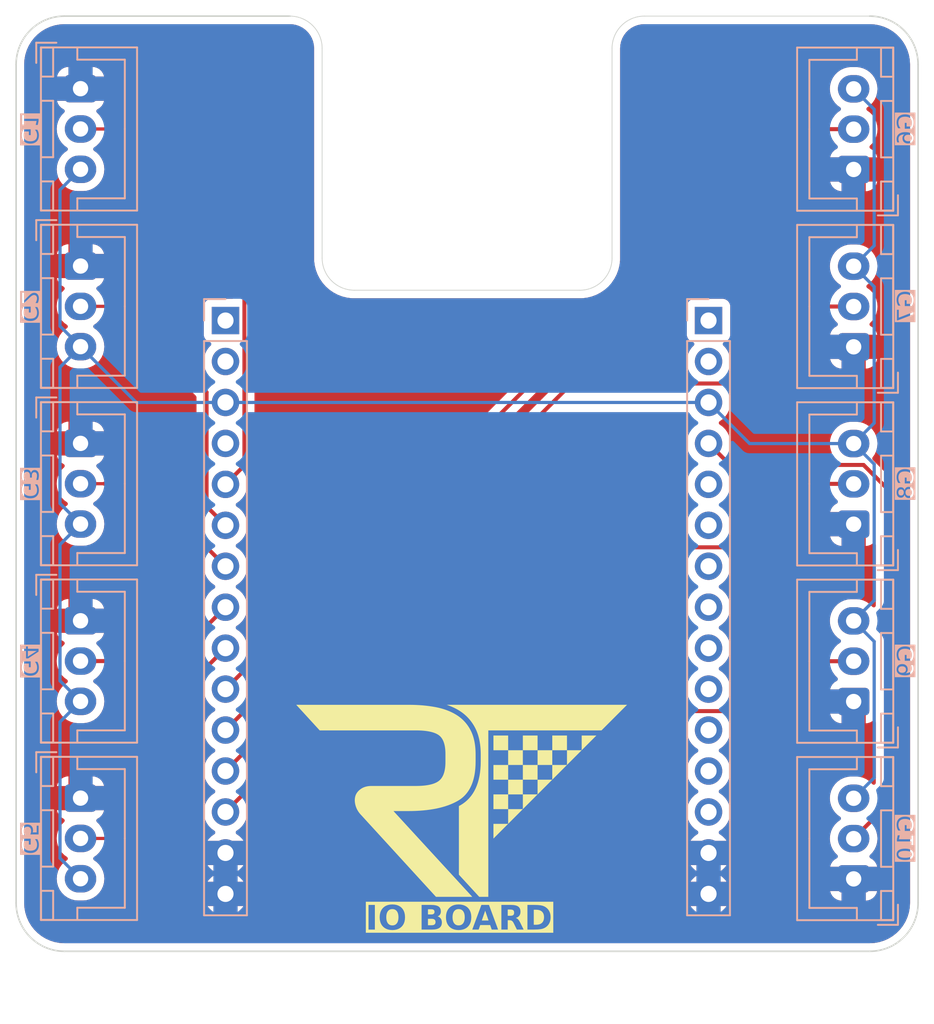
<source format=kicad_pcb>
(kicad_pcb (version 20221018) (generator pcbnew)
  (layers (0 "F.Cu" signal) (31 "B.Cu" signal) (34 "B.Paste" user) (35 "F.Paste" user) (36 "B.SilkS" user "B.Silkscreen") (37 "F.SilkS" user "F.Silkscreen") (38 "B.Mask" user) (39 "F.Mask" user) (44 "Edge.Cuts" user))
  (net 0 "")
  (net 1 "GND")
  (net 2 "GPIO1")
  (net 3 "+3V3")
  (net 4 "GPIO2")
  (net 5 "GPIO3")
  (net 6 "GPIO4")
  (net 7 "GPIO6")
  (net 8 "GPIO7")
  (net 9 "GPIO8")
  (net 10 "GPIO9")
  (net 11 "GPIO5")
  (net 12 "GPIO10")
  (footprint "RaceTrackr:RaceTrackr Interface Board Reference" (layer "F.Cu") (at 146.5 107.5)
    (fp_text reference "U1" hide)
    (fp_text value "~")
    (fp_line (start -16.43132 -41.62132) (end -16.43132 -40.29132) (stroke (width 0.12)) (layer "B.SilkS"))
    (fp_line (start -16.43132 -39.02132) (end -16.43132 -3.40132) (stroke (width 0.12)) (layer "B.SilkS"))
    (fp_line (start -15.10132 -41.62132) (end -16.43132 -41.62132) (stroke (width 0.12)) (layer "B.SilkS"))
    (fp_line (start -13.77132 -39.02132) (end -16.43132 -39.02132) (stroke (width 0.12)) (layer "B.SilkS"))
    (fp_line (start -13.77132 -39.02132) (end -13.77132 -3.40132) (stroke (width 0.12)) (layer "B.SilkS"))
    (fp_line (start -13.77132 -3.40132) (end -16.43132 -3.40132) (stroke (width 0.12)) (layer "B.SilkS"))
    (fp_line (start 13.55868 -41.62132) (end 13.55868 -40.29132) (stroke (width 0.12)) (layer "B.SilkS"))
    (fp_line (start 13.55868 -39.02132) (end 13.55868 -3.40132) (stroke (width 0.12)) (layer "B.SilkS"))
    (fp_line (start 14.88868 -41.62132) (end 13.55868 -41.62132) (stroke (width 0.12)) (layer "B.SilkS"))
    (fp_line (start 16.21868 -39.02132) (end 13.55868 -39.02132) (stroke (width 0.12)) (layer "B.SilkS"))
    (fp_line (start 16.21868 -39.02132) (end 16.21868 -3.40132) (stroke (width 0.12)) (layer "B.SilkS"))
    (fp_line (start 16.21868 -3.40132) (end 13.55868 -3.40132) (stroke (width 0.12)) (layer "B.SilkS"))
    (pad "1" thru_hole rect (at -15.10132 -40.29132 180) (size 1.7 1.7) (drill 1) (layers "*.Cu" "*.Mask"))
    (pad "2" thru_hole oval (at -15.10132 -37.75132 180) (size 1.7 1.7) (drill 1) (layers "*.Cu" "*.Mask"))
    (pad "3" thru_hole oval (at -15.10132 -35.21132 180) (size 1.7 1.7) (drill 1) (layers "*.Cu" "*.Mask") (net 3 "+3V3"))
    (pad "4" thru_hole oval (at -15.10132 -32.67132 180) (size 1.7 1.7) (drill 1) (layers "*.Cu" "*.Mask"))
    (pad "5" thru_hole oval (at -15.10132 -30.13132 180) (size 1.7 1.7) (drill 1) (layers "*.Cu" "*.Mask") (net 2 "GPIO1"))
    (pad "6" thru_hole oval (at -15.10132 -27.59132 180) (size 1.7 1.7) (drill 1) (layers "*.Cu" "*.Mask") (net 4 "GPIO2"))
    (pad "7" thru_hole oval (at -15.10132 -25.05132 180) (size 1.7 1.7) (drill 1) (layers "*.Cu" "*.Mask") (net 5 "GPIO3"))
    (pad "8" thru_hole oval (at -15.10132 -22.51132 180) (size 1.7 1.7) (drill 1) (layers "*.Cu" "*.Mask") (net 6 "GPIO4"))
    (pad "9" thru_hole oval (at -15.10132 -19.97132 180) (size 1.7 1.7) (drill 1) (layers "*.Cu" "*.Mask") (net 11 "GPIO5"))
    (pad "10" thru_hole oval (at -15.10132 -17.43132 180) (size 1.7 1.7) (drill 1) (layers "*.Cu" "*.Mask") (net 7 "GPIO6"))
    (pad "11" thru_hole oval (at -15.10132 -14.89132 180) (size 1.7 1.7) (drill 1) (layers "*.Cu" "*.Mask") (net 8 "GPIO7"))
    (pad "12" thru_hole oval (at -15.10132 -12.35132 180) (size 1.7 1.7) (drill 1) (layers "*.Cu" "*.Mask") (net 9 "GPIO8"))
    (pad "13" thru_hole oval (at -15.10132 -9.81132 180) (size 1.7 1.7) (drill 1) (layers "*.Cu" "*.Mask") (net 10 "GPIO9"))
    (pad "14" thru_hole oval (at -15.10132 -7.27132 180) (size 1.7 1.7) (drill 1) (layers "*.Cu" "*.Mask") (net 1 "GND"))
    (pad "15" thru_hole oval (at -15.10132 -4.73132 180) (size 1.7 1.7) (drill 1) (layers "*.Cu" "*.Mask") (net 1 "GND"))
    (pad "16" thru_hole oval (at 14.88868 -4.73132 180) (size 1.7 1.7) (drill 1) (layers "*.Cu" "*.Mask") (net 1 "GND"))
    (pad "17" thru_hole oval (at 14.88868 -7.27132 180) (size 1.7 1.7) (drill 1) (layers "*.Cu" "*.Mask") (net 1 "GND"))
    (pad "18" thru_hole oval (at 14.88868 -9.81132 180) (size 1.7 1.7) (drill 1) (layers "*.Cu" "*.Mask"))
    (pad "19" thru_hole oval (at 14.88868 -12.35132 180) (size 1.7 1.7) (drill 1) (layers "*.Cu" "*.Mask"))
    (pad "20" thru_hole oval (at 14.88868 -14.89132 180) (size 1.7 1.7) (drill 1) (layers "*.Cu" "*.Mask"))
    (pad "21" thru_hole oval (at 14.88868 -17.43132 180) (size 1.7 1.7) (drill 1) (layers "*.Cu" "*.Mask"))
    (pad "22" thru_hole oval (at 14.88868 -19.97132 180) (size 1.7 1.7) (drill 1) (layers "*.Cu" "*.Mask"))
    (pad "23" thru_hole oval (at 14.88868 -22.51132 180) (size 1.7 1.7) (drill 1) (layers "*.Cu" "*.Mask"))
    (pad "24" thru_hole oval (at 14.88868 -25.05132 180) (size 1.7 1.7) (drill 1) (layers "*.Cu" "*.Mask"))
    (pad "25" thru_hole oval (at 14.88868 -27.59132 180) (size 1.7 1.7) (drill 1) (layers "*.Cu" "*.Mask"))
    (pad "26" thru_hole oval (at 14.88868 -30.13132 180) (size 1.7 1.7) (drill 1) (layers "*.Cu" "*.Mask"))
    (pad "27" thru_hole oval (at 14.88868 -32.67132 180) (size 1.7 1.7) (drill 1) (layers "*.Cu" "*.Mask") (net 12 "GPIO10"))
    (pad "28" thru_hole oval (at 14.88868 -35.21132 180) (size 1.7 1.7) (drill 1) (layers "*.Cu" "*.Mask") (net 3 "+3V3"))
    (pad "29" thru_hole oval (at 14.88868 -37.75132 180) (size 1.7 1.7) (drill 1) (layers "*.Cu" "*.Mask"))
    (pad "30" thru_hole rect (at 14.88868 -40.29132 180) (size 1.7 1.7) (drill 1) (layers "*.Cu" "*.Mask"))
  )
  (footprint "Connector_JST:JST_XH_B3B-XH-A_1x03_P2.50mm_Vertical" (layer "B.Cu") (at 122.39868 63.82868 -90)
    (fp_text reference "J2" hide)
    (fp_text value "Conn_01x03")
    (fp_line (start -2.85 2.75) (end -2.85 1.5) (stroke (width 0.12)) (layer "B.SilkS"))
    (fp_line (start -2.56 -3.51) (end 7.56 -3.51) (stroke (width 0.12)) (layer "B.SilkS"))
    (fp_line (start -2.56 2.46) (end -2.56 -3.51) (stroke (width 0.12)) (layer "B.SilkS"))
    (fp_line (start -2.55 0.2) (end -1.8 0.2) (stroke (width 0.12)) (layer "B.SilkS"))
    (fp_line (start -2.55 1.7) (end -0.75 1.7) (stroke (width 0.12)) (layer "B.SilkS"))
    (fp_line (start -2.55 2.45) (end -2.55 1.7) (stroke (width 0.12)) (layer "B.SilkS"))
    (fp_line (start -1.8 -2.75) (end 2.5 -2.75) (stroke (width 0.12)) (layer "B.SilkS"))
    (fp_line (start -1.8 0.2) (end -1.8 -2.75) (stroke (width 0.12)) (layer "B.SilkS"))
    (fp_line (start -1.6 2.75) (end -2.85 2.75) (stroke (width 0.12)) (layer "B.SilkS"))
    (fp_line (start -0.75 1.7) (end -0.75 2.45) (stroke (width 0.12)) (layer "B.SilkS"))
    (fp_line (start -0.75 2.45) (end -2.55 2.45) (stroke (width 0.12)) (layer "B.SilkS"))
    (fp_line (start 0.75 1.7) (end 4.25 1.7) (stroke (width 0.12)) (layer "B.SilkS"))
    (fp_line (start 0.75 2.45) (end 0.75 1.7) (stroke (width 0.12)) (layer "B.SilkS"))
    (fp_line (start 4.25 1.7) (end 4.25 2.45) (stroke (width 0.12)) (layer "B.SilkS"))
    (fp_line (start 4.25 2.45) (end 0.75 2.45) (stroke (width 0.12)) (layer "B.SilkS"))
    (fp_line (start 5.75 1.7) (end 7.55 1.7) (stroke (width 0.12)) (layer "B.SilkS"))
    (fp_line (start 5.75 2.45) (end 5.75 1.7) (stroke (width 0.12)) (layer "B.SilkS"))
    (fp_line (start 6.8 -2.75) (end 2.5 -2.75) (stroke (width 0.12)) (layer "B.SilkS"))
    (fp_line (start 6.8 0.2) (end 6.8 -2.75) (stroke (width 0.12)) (layer "B.SilkS"))
    (fp_line (start 7.55 0.2) (end 6.8 0.2) (stroke (width 0.12)) (layer "B.SilkS"))
    (fp_line (start 7.55 1.7) (end 7.55 2.45) (stroke (width 0.12)) (layer "B.SilkS"))
    (fp_line (start 7.55 2.45) (end 5.75 2.45) (stroke (width 0.12)) (layer "B.SilkS"))
    (fp_line (start 7.56 -3.51) (end 7.56 2.46) (stroke (width 0.12)) (layer "B.SilkS"))
    (fp_line (start 7.56 2.46) (end -2.56 2.46) (stroke (width 0.12)) (layer "B.SilkS"))
    (pad "1" thru_hole roundrect (at 0 0 270) (size 1.7 1.95) (drill 0.95) (layers "*.Cu" "*.Mask") (roundrect_rratio 0.1470588235) (net 1 "GND"))
    (pad "2" thru_hole oval (at 2.5 0 270) (size 1.7 1.95) (drill 0.95) (layers "*.Cu" "*.Mask") (net 4 "GPIO2"))
    (pad "3" thru_hole oval (at 5 0 270) (size 1.7 1.95) (drill 0.95) (layers "*.Cu" "*.Mask") (net 3 "+3V3"))
  )
  (footprint "Connector_JST:JST_XH_B3B-XH-A_1x03_P2.50mm_Vertical" (layer "B.Cu") (at 122.39868 74.82868 -90)
    (fp_text reference "J3" hide)
    (fp_text value "Conn_01x03")
    (fp_line (start -2.85 2.75) (end -2.85 1.5) (stroke (width 0.12)) (layer "B.SilkS"))
    (fp_line (start -2.56 -3.51) (end 7.56 -3.51) (stroke (width 0.12)) (layer "B.SilkS"))
    (fp_line (start -2.56 2.46) (end -2.56 -3.51) (stroke (width 0.12)) (layer "B.SilkS"))
    (fp_line (start -2.55 0.2) (end -1.8 0.2) (stroke (width 0.12)) (layer "B.SilkS"))
    (fp_line (start -2.55 1.7) (end -0.75 1.7) (stroke (width 0.12)) (layer "B.SilkS"))
    (fp_line (start -2.55 2.45) (end -2.55 1.7) (stroke (width 0.12)) (layer "B.SilkS"))
    (fp_line (start -1.8 -2.75) (end 2.5 -2.75) (stroke (width 0.12)) (layer "B.SilkS"))
    (fp_line (start -1.8 0.2) (end -1.8 -2.75) (stroke (width 0.12)) (layer "B.SilkS"))
    (fp_line (start -1.6 2.75) (end -2.85 2.75) (stroke (width 0.12)) (layer "B.SilkS"))
    (fp_line (start -0.75 1.7) (end -0.75 2.45) (stroke (width 0.12)) (layer "B.SilkS"))
    (fp_line (start -0.75 2.45) (end -2.55 2.45) (stroke (width 0.12)) (layer "B.SilkS"))
    (fp_line (start 0.75 1.7) (end 4.25 1.7) (stroke (width 0.12)) (layer "B.SilkS"))
    (fp_line (start 0.75 2.45) (end 0.75 1.7) (stroke (width 0.12)) (layer "B.SilkS"))
    (fp_line (start 4.25 1.7) (end 4.25 2.45) (stroke (width 0.12)) (layer "B.SilkS"))
    (fp_line (start 4.25 2.45) (end 0.75 2.45) (stroke (width 0.12)) (layer "B.SilkS"))
    (fp_line (start 5.75 1.7) (end 7.55 1.7) (stroke (width 0.12)) (layer "B.SilkS"))
    (fp_line (start 5.75 2.45) (end 5.75 1.7) (stroke (width 0.12)) (layer "B.SilkS"))
    (fp_line (start 6.8 -2.75) (end 2.5 -2.75) (stroke (width 0.12)) (layer "B.SilkS"))
    (fp_line (start 6.8 0.2) (end 6.8 -2.75) (stroke (width 0.12)) (layer "B.SilkS"))
    (fp_line (start 7.55 0.2) (end 6.8 0.2) (stroke (width 0.12)) (layer "B.SilkS"))
    (fp_line (start 7.55 1.7) (end 7.55 2.45) (stroke (width 0.12)) (layer "B.SilkS"))
    (fp_line (start 7.55 2.45) (end 5.75 2.45) (stroke (width 0.12)) (layer "B.SilkS"))
    (fp_line (start 7.56 -3.51) (end 7.56 2.46) (stroke (width 0.12)) (layer "B.SilkS"))
    (fp_line (start 7.56 2.46) (end -2.56 2.46) (stroke (width 0.12)) (layer "B.SilkS"))
    (pad "1" thru_hole roundrect (at 0 0 270) (size 1.7 1.95) (drill 0.95) (layers "*.Cu" "*.Mask") (roundrect_rratio 0.1470588235) (net 1 "GND"))
    (pad "2" thru_hole oval (at 2.5 0 270) (size 1.7 1.95) (drill 0.95) (layers "*.Cu" "*.Mask") (net 5 "GPIO3"))
    (pad "3" thru_hole oval (at 5 0 270) (size 1.7 1.95) (drill 0.95) (layers "*.Cu" "*.Mask") (net 3 "+3V3"))
  )
  (footprint "Connector_JST:JST_XH_B3B-XH-A_1x03_P2.50mm_Vertical" (layer "B.Cu") (at 122.39868 52.82868 -90)
    (fp_text reference "J1" hide)
    (fp_text value "Conn_01x03")
    (fp_line (start -2.85 2.75) (end -2.85 1.5) (stroke (width 0.12)) (layer "B.SilkS"))
    (fp_line (start -2.56 -3.51) (end 7.56 -3.51) (stroke (width 0.12)) (layer "B.SilkS"))
    (fp_line (start -2.56 2.46) (end -2.56 -3.51) (stroke (width 0.12)) (layer "B.SilkS"))
    (fp_line (start -2.55 0.2) (end -1.8 0.2) (stroke (width 0.12)) (layer "B.SilkS"))
    (fp_line (start -2.55 1.7) (end -0.75 1.7) (stroke (width 0.12)) (layer "B.SilkS"))
    (fp_line (start -2.55 2.45) (end -2.55 1.7) (stroke (width 0.12)) (layer "B.SilkS"))
    (fp_line (start -1.8 -2.75) (end 2.5 -2.75) (stroke (width 0.12)) (layer "B.SilkS"))
    (fp_line (start -1.8 0.2) (end -1.8 -2.75) (stroke (width 0.12)) (layer "B.SilkS"))
    (fp_line (start -1.6 2.75) (end -2.85 2.75) (stroke (width 0.12)) (layer "B.SilkS"))
    (fp_line (start -0.75 1.7) (end -0.75 2.45) (stroke (width 0.12)) (layer "B.SilkS"))
    (fp_line (start -0.75 2.45) (end -2.55 2.45) (stroke (width 0.12)) (layer "B.SilkS"))
    (fp_line (start 0.75 1.7) (end 4.25 1.7) (stroke (width 0.12)) (layer "B.SilkS"))
    (fp_line (start 0.75 2.45) (end 0.75 1.7) (stroke (width 0.12)) (layer "B.SilkS"))
    (fp_line (start 4.25 1.7) (end 4.25 2.45) (stroke (width 0.12)) (layer "B.SilkS"))
    (fp_line (start 4.25 2.45) (end 0.75 2.45) (stroke (width 0.12)) (layer "B.SilkS"))
    (fp_line (start 5.75 1.7) (end 7.55 1.7) (stroke (width 0.12)) (layer "B.SilkS"))
    (fp_line (start 5.75 2.45) (end 5.75 1.7) (stroke (width 0.12)) (layer "B.SilkS"))
    (fp_line (start 6.8 -2.75) (end 2.5 -2.75) (stroke (width 0.12)) (layer "B.SilkS"))
    (fp_line (start 6.8 0.2) (end 6.8 -2.75) (stroke (width 0.12)) (layer "B.SilkS"))
    (fp_line (start 7.55 0.2) (end 6.8 0.2) (stroke (width 0.12)) (layer "B.SilkS"))
    (fp_line (start 7.55 1.7) (end 7.55 2.45) (stroke (width 0.12)) (layer "B.SilkS"))
    (fp_line (start 7.55 2.45) (end 5.75 2.45) (stroke (width 0.12)) (layer "B.SilkS"))
    (fp_line (start 7.56 -3.51) (end 7.56 2.46) (stroke (width 0.12)) (layer "B.SilkS"))
    (fp_line (start 7.56 2.46) (end -2.56 2.46) (stroke (width 0.12)) (layer "B.SilkS"))
    (pad "1" thru_hole roundrect (at 0 0 270) (size 1.7 1.95) (drill 0.95) (layers "*.Cu" "*.Mask") (roundrect_rratio 0.1470588235) (net 1 "GND"))
    (pad "2" thru_hole oval (at 2.5 0 270) (size 1.7 1.95) (drill 0.95) (layers "*.Cu" "*.Mask") (net 2 "GPIO1"))
    (pad "3" thru_hole oval (at 5 0 270) (size 1.7 1.95) (drill 0.95) (layers "*.Cu" "*.Mask") (net 3 "+3V3"))
  )
  (footprint "Connector_JST:JST_XH_B3B-XH-A_1x03_P2.50mm_Vertical" (layer "B.Cu") (at 170.39868 68.83868 90)
    (fp_text reference "J7" hide)
    (fp_text value "Conn_01x03")
    (fp_line (start -2.85 2.75) (end -2.85 1.5) (stroke (width 0.12)) (layer "B.SilkS"))
    (fp_line (start -2.56 -3.51) (end 7.56 -3.51) (stroke (width 0.12)) (layer "B.SilkS"))
    (fp_line (start -2.56 2.46) (end -2.56 -3.51) (stroke (width 0.12)) (layer "B.SilkS"))
    (fp_line (start -2.55 0.2) (end -1.8 0.2) (stroke (width 0.12)) (layer "B.SilkS"))
    (fp_line (start -2.55 1.7) (end -0.75 1.7) (stroke (width 0.12)) (layer "B.SilkS"))
    (fp_line (start -2.55 2.45) (end -2.55 1.7) (stroke (width 0.12)) (layer "B.SilkS"))
    (fp_line (start -1.8 -2.75) (end 2.5 -2.75) (stroke (width 0.12)) (layer "B.SilkS"))
    (fp_line (start -1.8 0.2) (end -1.8 -2.75) (stroke (width 0.12)) (layer "B.SilkS"))
    (fp_line (start -1.6 2.75) (end -2.85 2.75) (stroke (width 0.12)) (layer "B.SilkS"))
    (fp_line (start -0.75 1.7) (end -0.75 2.45) (stroke (width 0.12)) (layer "B.SilkS"))
    (fp_line (start -0.75 2.45) (end -2.55 2.45) (stroke (width 0.12)) (layer "B.SilkS"))
    (fp_line (start 0.75 1.7) (end 4.25 1.7) (stroke (width 0.12)) (layer "B.SilkS"))
    (fp_line (start 0.75 2.45) (end 0.75 1.7) (stroke (width 0.12)) (layer "B.SilkS"))
    (fp_line (start 4.25 1.7) (end 4.25 2.45) (stroke (width 0.12)) (layer "B.SilkS"))
    (fp_line (start 4.25 2.45) (end 0.75 2.45) (stroke (width 0.12)) (layer "B.SilkS"))
    (fp_line (start 5.75 1.7) (end 7.55 1.7) (stroke (width 0.12)) (layer "B.SilkS"))
    (fp_line (start 5.75 2.45) (end 5.75 1.7) (stroke (width 0.12)) (layer "B.SilkS"))
    (fp_line (start 6.8 -2.75) (end 2.5 -2.75) (stroke (width 0.12)) (layer "B.SilkS"))
    (fp_line (start 6.8 0.2) (end 6.8 -2.75) (stroke (width 0.12)) (layer "B.SilkS"))
    (fp_line (start 7.55 0.2) (end 6.8 0.2) (stroke (width 0.12)) (layer "B.SilkS"))
    (fp_line (start 7.55 1.7) (end 7.55 2.45) (stroke (width 0.12)) (layer "B.SilkS"))
    (fp_line (start 7.55 2.45) (end 5.75 2.45) (stroke (width 0.12)) (layer "B.SilkS"))
    (fp_line (start 7.56 -3.51) (end 7.56 2.46) (stroke (width 0.12)) (layer "B.SilkS"))
    (fp_line (start 7.56 2.46) (end -2.56 2.46) (stroke (width 0.12)) (layer "B.SilkS"))
    (pad "1" thru_hole roundrect (at 0 0 90) (size 1.7 1.95) (drill 0.95) (layers "*.Cu" "*.Mask") (roundrect_rratio 0.1470588235) (net 1 "GND"))
    (pad "2" thru_hole oval (at 2.5 0 90) (size 1.7 1.95) (drill 0.95) (layers "*.Cu" "*.Mask") (net 8 "GPIO7"))
    (pad "3" thru_hole oval (at 5 0 90) (size 1.7 1.95) (drill 0.95) (layers "*.Cu" "*.Mask") (net 3 "+3V3"))
  )
  (footprint "Connector_JST:JST_XH_B3B-XH-A_1x03_P2.50mm_Vertical" (layer "B.Cu") (at 170.39868 79.83868 90)
    (fp_text reference "J8" hide)
    (fp_text value "Conn_01x03")
    (fp_line (start -2.85 2.75) (end -2.85 1.5) (stroke (width 0.12)) (layer "B.SilkS"))
    (fp_line (start -2.56 -3.51) (end 7.56 -3.51) (stroke (width 0.12)) (layer "B.SilkS"))
    (fp_line (start -2.56 2.46) (end -2.56 -3.51) (stroke (width 0.12)) (layer "B.SilkS"))
    (fp_line (start -2.55 0.2) (end -1.8 0.2) (stroke (width 0.12)) (layer "B.SilkS"))
    (fp_line (start -2.55 1.7) (end -0.75 1.7) (stroke (width 0.12)) (layer "B.SilkS"))
    (fp_line (start -2.55 2.45) (end -2.55 1.7) (stroke (width 0.12)) (layer "B.SilkS"))
    (fp_line (start -1.8 -2.75) (end 2.5 -2.75) (stroke (width 0.12)) (layer "B.SilkS"))
    (fp_line (start -1.8 0.2) (end -1.8 -2.75) (stroke (width 0.12)) (layer "B.SilkS"))
    (fp_line (start -1.6 2.75) (end -2.85 2.75) (stroke (width 0.12)) (layer "B.SilkS"))
    (fp_line (start -0.75 1.7) (end -0.75 2.45) (stroke (width 0.12)) (layer "B.SilkS"))
    (fp_line (start -0.75 2.45) (end -2.55 2.45) (stroke (width 0.12)) (layer "B.SilkS"))
    (fp_line (start 0.75 1.7) (end 4.25 1.7) (stroke (width 0.12)) (layer "B.SilkS"))
    (fp_line (start 0.75 2.45) (end 0.75 1.7) (stroke (width 0.12)) (layer "B.SilkS"))
    (fp_line (start 4.25 1.7) (end 4.25 2.45) (stroke (width 0.12)) (layer "B.SilkS"))
    (fp_line (start 4.25 2.45) (end 0.75 2.45) (stroke (width 0.12)) (layer "B.SilkS"))
    (fp_line (start 5.75 1.7) (end 7.55 1.7) (stroke (width 0.12)) (layer "B.SilkS"))
    (fp_line (start 5.75 2.45) (end 5.75 1.7) (stroke (width 0.12)) (layer "B.SilkS"))
    (fp_line (start 6.8 -2.75) (end 2.5 -2.75) (stroke (width 0.12)) (layer "B.SilkS"))
    (fp_line (start 6.8 0.2) (end 6.8 -2.75) (stroke (width 0.12)) (layer "B.SilkS"))
    (fp_line (start 7.55 0.2) (end 6.8 0.2) (stroke (width 0.12)) (layer "B.SilkS"))
    (fp_line (start 7.55 1.7) (end 7.55 2.45) (stroke (width 0.12)) (layer "B.SilkS"))
    (fp_line (start 7.55 2.45) (end 5.75 2.45) (stroke (width 0.12)) (layer "B.SilkS"))
    (fp_line (start 7.56 -3.51) (end 7.56 2.46) (stroke (width 0.12)) (layer "B.SilkS"))
    (fp_line (start 7.56 2.46) (end -2.56 2.46) (stroke (width 0.12)) (layer "B.SilkS"))
    (pad "1" thru_hole roundrect (at 0 0 90) (size 1.7 1.95) (drill 0.95) (layers "*.Cu" "*.Mask") (roundrect_rratio 0.1470588235) (net 1 "GND"))
    (pad "2" thru_hole oval (at 2.5 0 90) (size 1.7 1.95) (drill 0.95) (layers "*.Cu" "*.Mask") (net 9 "GPIO8"))
    (pad "3" thru_hole oval (at 5 0 90) (size 1.7 1.95) (drill 0.95) (layers "*.Cu" "*.Mask") (net 3 "+3V3"))
  )
  (footprint "Connector_JST:JST_XH_B3B-XH-A_1x03_P2.50mm_Vertical" (layer "B.Cu") (at 170.39868 57.83868 90)
    (fp_text reference "J6" hide)
    (fp_text value "Conn_01x03")
    (fp_line (start -2.85 2.75) (end -2.85 1.5) (stroke (width 0.12)) (layer "B.SilkS"))
    (fp_line (start -2.56 -3.51) (end 7.56 -3.51) (stroke (width 0.12)) (layer "B.SilkS"))
    (fp_line (start -2.56 2.46) (end -2.56 -3.51) (stroke (width 0.12)) (layer "B.SilkS"))
    (fp_line (start -2.55 0.2) (end -1.8 0.2) (stroke (width 0.12)) (layer "B.SilkS"))
    (fp_line (start -2.55 1.7) (end -0.75 1.7) (stroke (width 0.12)) (layer "B.SilkS"))
    (fp_line (start -2.55 2.45) (end -2.55 1.7) (stroke (width 0.12)) (layer "B.SilkS"))
    (fp_line (start -1.8 -2.75) (end 2.5 -2.75) (stroke (width 0.12)) (layer "B.SilkS"))
    (fp_line (start -1.8 0.2) (end -1.8 -2.75) (stroke (width 0.12)) (layer "B.SilkS"))
    (fp_line (start -1.6 2.75) (end -2.85 2.75) (stroke (width 0.12)) (layer "B.SilkS"))
    (fp_line (start -0.75 1.7) (end -0.75 2.45) (stroke (width 0.12)) (layer "B.SilkS"))
    (fp_line (start -0.75 2.45) (end -2.55 2.45) (stroke (width 0.12)) (layer "B.SilkS"))
    (fp_line (start 0.75 1.7) (end 4.25 1.7) (stroke (width 0.12)) (layer "B.SilkS"))
    (fp_line (start 0.75 2.45) (end 0.75 1.7) (stroke (width 0.12)) (layer "B.SilkS"))
    (fp_line (start 4.25 1.7) (end 4.25 2.45) (stroke (width 0.12)) (layer "B.SilkS"))
    (fp_line (start 4.25 2.45) (end 0.75 2.45) (stroke (width 0.12)) (layer "B.SilkS"))
    (fp_line (start 5.75 1.7) (end 7.55 1.7) (stroke (width 0.12)) (layer "B.SilkS"))
    (fp_line (start 5.75 2.45) (end 5.75 1.7) (stroke (width 0.12)) (layer "B.SilkS"))
    (fp_line (start 6.8 -2.75) (end 2.5 -2.75) (stroke (width 0.12)) (layer "B.SilkS"))
    (fp_line (start 6.8 0.2) (end 6.8 -2.75) (stroke (width 0.12)) (layer "B.SilkS"))
    (fp_line (start 7.55 0.2) (end 6.8 0.2) (stroke (width 0.12)) (layer "B.SilkS"))
    (fp_line (start 7.55 1.7) (end 7.55 2.45) (stroke (width 0.12)) (layer "B.SilkS"))
    (fp_line (start 7.55 2.45) (end 5.75 2.45) (stroke (width 0.12)) (layer "B.SilkS"))
    (fp_line (start 7.56 -3.51) (end 7.56 2.46) (stroke (width 0.12)) (layer "B.SilkS"))
    (fp_line (start 7.56 2.46) (end -2.56 2.46) (stroke (width 0.12)) (layer "B.SilkS"))
    (pad "1" thru_hole roundrect (at 0 0 90) (size 1.7 1.95) (drill 0.95) (layers "*.Cu" "*.Mask") (roundrect_rratio 0.1470588235) (net 1 "GND"))
    (pad "2" thru_hole oval (at 2.5 0 90) (size 1.7 1.95) (drill 0.95) (layers "*.Cu" "*.Mask") (net 7 "GPIO6"))
    (pad "3" thru_hole oval (at 5 0 90) (size 1.7 1.95) (drill 0.95) (layers "*.Cu" "*.Mask") (net 3 "+3V3"))
  )
  (footprint "Connector_JST:JST_XH_B3B-XH-A_1x03_P2.50mm_Vertical" (layer "B.Cu") (at 170.39868 90.83868 90)
    (fp_text reference "J9" hide)
    (fp_text value "Conn_01x03")
    (fp_line (start -2.85 2.75) (end -2.85 1.5) (stroke (width 0.12)) (layer "B.SilkS"))
    (fp_line (start -2.56 -3.51) (end 7.56 -3.51) (stroke (width 0.12)) (layer "B.SilkS"))
    (fp_line (start -2.56 2.46) (end -2.56 -3.51) (stroke (width 0.12)) (layer "B.SilkS"))
    (fp_line (start -2.55 0.2) (end -1.8 0.2) (stroke (width 0.12)) (layer "B.SilkS"))
    (fp_line (start -2.55 1.7) (end -0.75 1.7) (stroke (width 0.12)) (layer "B.SilkS"))
    (fp_line (start -2.55 2.45) (end -2.55 1.7) (stroke (width 0.12)) (layer "B.SilkS"))
    (fp_line (start -1.8 -2.75) (end 2.5 -2.75) (stroke (width 0.12)) (layer "B.SilkS"))
    (fp_line (start -1.8 0.2) (end -1.8 -2.75) (stroke (width 0.12)) (layer "B.SilkS"))
    (fp_line (start -1.6 2.75) (end -2.85 2.75) (stroke (width 0.12)) (layer "B.SilkS"))
    (fp_line (start -0.75 1.7) (end -0.75 2.45) (stroke (width 0.12)) (layer "B.SilkS"))
    (fp_line (start -0.75 2.45) (end -2.55 2.45) (stroke (width 0.12)) (layer "B.SilkS"))
    (fp_line (start 0.75 1.7) (end 4.25 1.7) (stroke (width 0.12)) (layer "B.SilkS"))
    (fp_line (start 0.75 2.45) (end 0.75 1.7) (stroke (width 0.12)) (layer "B.SilkS"))
    (fp_line (start 4.25 1.7) (end 4.25 2.45) (stroke (width 0.12)) (layer "B.SilkS"))
    (fp_line (start 4.25 2.45) (end 0.75 2.45) (stroke (width 0.12)) (layer "B.SilkS"))
    (fp_line (start 5.75 1.7) (end 7.55 1.7) (stroke (width 0.12)) (layer "B.SilkS"))
    (fp_line (start 5.75 2.45) (end 5.75 1.7) (stroke (width 0.12)) (layer "B.SilkS"))
    (fp_line (start 6.8 -2.75) (end 2.5 -2.75) (stroke (width 0.12)) (layer "B.SilkS"))
    (fp_line (start 6.8 0.2) (end 6.8 -2.75) (stroke (width 0.12)) (layer "B.SilkS"))
    (fp_line (start 7.55 0.2) (end 6.8 0.2) (stroke (width 0.12)) (layer "B.SilkS"))
    (fp_line (start 7.55 1.7) (end 7.55 2.45) (stroke (width 0.12)) (layer "B.SilkS"))
    (fp_line (start 7.55 2.45) (end 5.75 2.45) (stroke (width 0.12)) (layer "B.SilkS"))
    (fp_line (start 7.56 -3.51) (end 7.56 2.46) (stroke (width 0.12)) (layer "B.SilkS"))
    (fp_line (start 7.56 2.46) (end -2.56 2.46) (stroke (width 0.12)) (layer "B.SilkS"))
    (pad "1" thru_hole roundrect (at 0 0 90) (size 1.7 1.95) (drill 0.95) (layers "*.Cu" "*.Mask") (roundrect_rratio 0.1470588235) (net 1 "GND"))
    (pad "2" thru_hole oval (at 2.5 0 90) (size 1.7 1.95) (drill 0.95) (layers "*.Cu" "*.Mask") (net 10 "GPIO9"))
    (pad "3" thru_hole oval (at 5 0 90) (size 1.7 1.95) (drill 0.95) (layers "*.Cu" "*.Mask") (net 3 "+3V3"))
  )
  (footprint "Connector_JST:JST_XH_B3B-XH-A_1x03_P2.50mm_Vertical" (layer "B.Cu") (at 122.39868 85.82868 -90)
    (fp_text reference "J4" hide)
    (fp_text value "Conn_01x03")
    (fp_line (start -2.85 2.75) (end -2.85 1.5) (stroke (width 0.12)) (layer "B.SilkS"))
    (fp_line (start -2.56 -3.51) (end 7.56 -3.51) (stroke (width 0.12)) (layer "B.SilkS"))
    (fp_line (start -2.56 2.46) (end -2.56 -3.51) (stroke (width 0.12)) (layer "B.SilkS"))
    (fp_line (start -2.55 0.2) (end -1.8 0.2) (stroke (width 0.12)) (layer "B.SilkS"))
    (fp_line (start -2.55 1.7) (end -0.75 1.7) (stroke (width 0.12)) (layer "B.SilkS"))
    (fp_line (start -2.55 2.45) (end -2.55 1.7) (stroke (width 0.12)) (layer "B.SilkS"))
    (fp_line (start -1.8 -2.75) (end 2.5 -2.75) (stroke (width 0.12)) (layer "B.SilkS"))
    (fp_line (start -1.8 0.2) (end -1.8 -2.75) (stroke (width 0.12)) (layer "B.SilkS"))
    (fp_line (start -1.6 2.75) (end -2.85 2.75) (stroke (width 0.12)) (layer "B.SilkS"))
    (fp_line (start -0.75 1.7) (end -0.75 2.45) (stroke (width 0.12)) (layer "B.SilkS"))
    (fp_line (start -0.75 2.45) (end -2.55 2.45) (stroke (width 0.12)) (layer "B.SilkS"))
    (fp_line (start 0.75 1.7) (end 4.25 1.7) (stroke (width 0.12)) (layer "B.SilkS"))
    (fp_line (start 0.75 2.45) (end 0.75 1.7) (stroke (width 0.12)) (layer "B.SilkS"))
    (fp_line (start 4.25 1.7) (end 4.25 2.45) (stroke (width 0.12)) (layer "B.SilkS"))
    (fp_line (start 4.25 2.45) (end 0.75 2.45) (stroke (width 0.12)) (layer "B.SilkS"))
    (fp_line (start 5.75 1.7) (end 7.55 1.7) (stroke (width 0.12)) (layer "B.SilkS"))
    (fp_line (start 5.75 2.45) (end 5.75 1.7) (stroke (width 0.12)) (layer "B.SilkS"))
    (fp_line (start 6.8 -2.75) (end 2.5 -2.75) (stroke (width 0.12)) (layer "B.SilkS"))
    (fp_line (start 6.8 0.2) (end 6.8 -2.75) (stroke (width 0.12)) (layer "B.SilkS"))
    (fp_line (start 7.55 0.2) (end 6.8 0.2) (stroke (width 0.12)) (layer "B.SilkS"))
    (fp_line (start 7.55 1.7) (end 7.55 2.45) (stroke (width 0.12)) (layer "B.SilkS"))
    (fp_line (start 7.55 2.45) (end 5.75 2.45) (stroke (width 0.12)) (layer "B.SilkS"))
    (fp_line (start 7.56 -3.51) (end 7.56 2.46) (stroke (width 0.12)) (layer "B.SilkS"))
    (fp_line (start 7.56 2.46) (end -2.56 2.46) (stroke (width 0.12)) (layer "B.SilkS"))
    (pad "1" thru_hole roundrect (at 0 0 270) (size 1.7 1.95) (drill 0.95) (layers "*.Cu" "*.Mask") (roundrect_rratio 0.1470588235) (net 1 "GND"))
    (pad "2" thru_hole oval (at 2.5 0 270) (size 1.7 1.95) (drill 0.95) (layers "*.Cu" "*.Mask") (net 6 "GPIO4"))
    (pad "3" thru_hole oval (at 5 0 270) (size 1.7 1.95) (drill 0.95) (layers "*.Cu" "*.Mask") (net 3 "+3V3"))
  )
  (footprint "Connector_JST:JST_XH_B3B-XH-A_1x03_P2.50mm_Vertical" (layer "B.Cu") (at 122.39868 96.82868 -90)
    (fp_text reference "J5" hide)
    (fp_text value "Conn_01x03")
    (fp_line (start -2.85 2.75) (end -2.85 1.5) (stroke (width 0.12)) (layer "B.SilkS"))
    (fp_line (start -2.56 -3.51) (end 7.56 -3.51) (stroke (width 0.12)) (layer "B.SilkS"))
    (fp_line (start -2.56 2.46) (end -2.56 -3.51) (stroke (width 0.12)) (layer "B.SilkS"))
    (fp_line (start -2.55 0.2) (end -1.8 0.2) (stroke (width 0.12)) (layer "B.SilkS"))
    (fp_line (start -2.55 1.7) (end -0.75 1.7) (stroke (width 0.12)) (layer "B.SilkS"))
    (fp_line (start -2.55 2.45) (end -2.55 1.7) (stroke (width 0.12)) (layer "B.SilkS"))
    (fp_line (start -1.8 -2.75) (end 2.5 -2.75) (stroke (width 0.12)) (layer "B.SilkS"))
    (fp_line (start -1.8 0.2) (end -1.8 -2.75) (stroke (width 0.12)) (layer "B.SilkS"))
    (fp_line (start -1.6 2.75) (end -2.85 2.75) (stroke (width 0.12)) (layer "B.SilkS"))
    (fp_line (start -0.75 1.7) (end -0.75 2.45) (stroke (width 0.12)) (layer "B.SilkS"))
    (fp_line (start -0.75 2.45) (end -2.55 2.45) (stroke (width 0.12)) (layer "B.SilkS"))
    (fp_line (start 0.75 1.7) (end 4.25 1.7) (stroke (width 0.12)) (layer "B.SilkS"))
    (fp_line (start 0.75 2.45) (end 0.75 1.7) (stroke (width 0.12)) (layer "B.SilkS"))
    (fp_line (start 4.25 1.7) (end 4.25 2.45) (stroke (width 0.12)) (layer "B.SilkS"))
    (fp_line (start 4.25 2.45) (end 0.75 2.45) (stroke (width 0.12)) (layer "B.SilkS"))
    (fp_line (start 5.75 1.7) (end 7.55 1.7) (stroke (width 0.12)) (layer "B.SilkS"))
    (fp_line (start 5.75 2.45) (end 5.75 1.7) (stroke (width 0.12)) (layer "B.SilkS"))
    (fp_line (start 6.8 -2.75) (end 2.5 -2.75) (stroke (width 0.12)) (layer "B.SilkS"))
    (fp_line (start 6.8 0.2) (end 6.8 -2.75) (stroke (width 0.12)) (layer "B.SilkS"))
    (fp_line (start 7.55 0.2) (end 6.8 0.2) (stroke (width 0.12)) (layer "B.SilkS"))
    (fp_line (start 7.55 1.7) (end 7.55 2.45) (stroke (width 0.12)) (layer "B.SilkS"))
    (fp_line (start 7.55 2.45) (end 5.75 2.45) (stroke (width 0.12)) (layer "B.SilkS"))
    (fp_line (start 7.56 -3.51) (end 7.56 2.46) (stroke (width 0.12)) (layer "B.SilkS"))
    (fp_line (start 7.56 2.46) (end -2.56 2.46) (stroke (width 0.12)) (layer "B.SilkS"))
    (pad "1" thru_hole roundrect (at 0 0 270) (size 1.7 1.95) (drill 0.95) (layers "*.Cu" "*.Mask") (roundrect_rratio 0.1470588235) (net 1 "GND"))
    (pad "2" thru_hole oval (at 2.5 0 270) (size 1.7 1.95) (drill 0.95) (layers "*.Cu" "*.Mask") (net 11 "GPIO5"))
    (pad "3" thru_hole oval (at 5 0 270) (size 1.7 1.95) (drill 0.95) (layers "*.Cu" "*.Mask") (net 3 "+3V3"))
  )
  (footprint "Connector_JST:JST_XH_B3B-XH-A_1x03_P2.50mm_Vertical" (layer "B.Cu") (at 170.39868 101.83868 90)
    (fp_text reference "J10" hide)
    (fp_text value "Conn_01x03")
    (fp_line (start -2.85 2.75) (end -2.85 1.5) (stroke (width 0.12)) (layer "B.SilkS"))
    (fp_line (start -2.56 -3.51) (end 7.56 -3.51) (stroke (width 0.12)) (layer "B.SilkS"))
    (fp_line (start -2.56 2.46) (end -2.56 -3.51) (stroke (width 0.12)) (layer "B.SilkS"))
    (fp_line (start -2.55 0.2) (end -1.8 0.2) (stroke (width 0.12)) (layer "B.SilkS"))
    (fp_line (start -2.55 1.7) (end -0.75 1.7) (stroke (width 0.12)) (layer "B.SilkS"))
    (fp_line (start -2.55 2.45) (end -2.55 1.7) (stroke (width 0.12)) (layer "B.SilkS"))
    (fp_line (start -1.8 -2.75) (end 2.5 -2.75) (stroke (width 0.12)) (layer "B.SilkS"))
    (fp_line (start -1.8 0.2) (end -1.8 -2.75) (stroke (width 0.12)) (layer "B.SilkS"))
    (fp_line (start -1.6 2.75) (end -2.85 2.75) (stroke (width 0.12)) (layer "B.SilkS"))
    (fp_line (start -0.75 1.7) (end -0.75 2.45) (stroke (width 0.12)) (layer "B.SilkS"))
    (fp_line (start -0.75 2.45) (end -2.55 2.45) (stroke (width 0.12)) (layer "B.SilkS"))
    (fp_line (start 0.75 1.7) (end 4.25 1.7) (stroke (width 0.12)) (layer "B.SilkS"))
    (fp_line (start 0.75 2.45) (end 0.75 1.7) (stroke (width 0.12)) (layer "B.SilkS"))
    (fp_line (start 4.25 1.7) (end 4.25 2.45) (stroke (width 0.12)) (layer "B.SilkS"))
    (fp_line (start 4.25 2.45) (end 0.75 2.45) (stroke (width 0.12)) (layer "B.SilkS"))
    (fp_line (start 5.75 1.7) (end 7.55 1.7) (stroke (width 0.12)) (layer "B.SilkS"))
    (fp_line (start 5.75 2.45) (end 5.75 1.7) (stroke (width 0.12)) (layer "B.SilkS"))
    (fp_line (start 6.8 -2.75) (end 2.5 -2.75) (stroke (width 0.12)) (layer "B.SilkS"))
    (fp_line (start 6.8 0.2) (end 6.8 -2.75) (stroke (width 0.12)) (layer "B.SilkS"))
    (fp_line (start 7.55 0.2) (end 6.8 0.2) (stroke (width 0.12)) (layer "B.SilkS"))
    (fp_line (start 7.55 1.7) (end 7.55 2.45) (stroke (width 0.12)) (layer "B.SilkS"))
    (fp_line (start 7.55 2.45) (end 5.75 2.45) (stroke (width 0.12)) (layer "B.SilkS"))
    (fp_line (start 7.56 -3.51) (end 7.56 2.46) (stroke (width 0.12)) (layer "B.SilkS"))
    (fp_line (start 7.56 2.46) (end -2.56 2.46) (stroke (width 0.12)) (layer "B.SilkS"))
    (pad "1" thru_hole roundrect (at 0 0 90) (size 1.7 1.95) (drill 0.95) (layers "*.Cu" "*.Mask") (roundrect_rratio 0.1470588235) (net 1 "GND"))
    (pad "2" thru_hole oval (at 2.5 0 90) (size 1.7 1.95) (drill 0.95) (layers "*.Cu" "*.Mask") (net 12 "GPIO10"))
    (pad "3" thru_hole oval (at 5 0 90) (size 1.7 1.95) (drill 0.95) (layers "*.Cu" "*.Mask") (net 3 "+3V3"))
  )
  (gr_poly (pts (xy 154.7433 92.628356) (xy 154.473425 92.629414) (xy 147.715967 92.629414) (xy 147.715967 102.951868) (xy 147.152404 102.951868) (xy 146.954496 102.737026) (xy 145.889812 101.57868) (xy 145.889812 97.319418) (xy 145.901235 97.313356) (xy 145.912831 97.307437) (xy 145.936247 97.295804) (xy 145.947918 97.289978) (xy 145.959464 97.284072) (xy 145.970812 97.278028) (xy 145.981888 97.271793) (xy 146.134204 97.176332) (xy 146.276817 97.070751) (xy 146.40971 96.955087) (xy 146.532866 96.829377) (xy 146.646267 96.693658) (xy 146.749896 96.547968) (xy 146.843737 96.392343) (xy 146.927773 96.226821) (xy 147.001986 96.05144) (xy 147.066359 95.866236) (xy 147.120875 95.671246) (xy 147.165518 95.466508) (xy 147.200269 95.252059) (xy 147.225113 95.027937) (xy 147.240032 94.794177) (xy 147.245009 94.550818) (xy 147.245009 94.122193) (xy 147.243651 94.001101) (xy 147.23958 93.882314) (xy 147.2328 93.765858) (xy 147.223313 93.651756) (xy 147.211122 93.540032) (xy 147.19623 93.43071) (xy 147.178641 93.323814) (xy 147.158357 93.219369) (xy 147.135382 93.117398) (xy 147.109719 93.017925) (xy 147.081371 92.920974) (xy 147.050341 92.82657) (xy 147.016632 92.734736) (xy 146.980247 92.645497) (xy 146.94119 92.558876) (xy 146.899463 92.474898) (xy 146.854959 92.392369) (xy 146.808175 92.311877) (xy 146.759125 92.233438) (xy 146.707822 92.157067) (xy 146.65428 92.082779) (xy 146.598514 92.010591) (xy 146.540537 91.940517) (xy 146.480363 91.872574) (xy 146.418006 91.806776) (xy 146.353481 91.743139) (xy 146.2868 91.681678) (xy 146.217979 91.62241) (xy 146.14703 91.56535) (xy 146.073969 91.510512) (xy 145.998808 91.457913) (xy 145.921563 91.407568) (xy 145.831363 91.353136) (xy 145.73862 91.301313) (xy 145.643422 91.252034) (xy 145.545855 91.205228) (xy 145.446005 91.160829) (xy 145.343961 91.118768) (xy 145.239808 91.078976) (xy 145.133634 91.041385) (xy 150.692 91.041385) (xy 155.932338 91.040856) (xy 156.3308 91.040856)) (fill solid) (layer "F.SilkS"))
  (gr_poly (pts (xy 150.77402 93.859727) (xy 149.860678 93.859727) (xy 149.860678 92.946385) (xy 150.77402 92.946385)) (fill solid) (layer "F.SilkS"))
  (gr_poly (pts (xy 148.034525 99.338189) (xy 148.034525 98.425377) (xy 148.947337 98.425377)) (fill solid) (layer "F.SilkS"))
  (gr_poly (pts (xy 150.77402 95.685881) (xy 149.860678 95.685881) (xy 149.860678 94.772539) (xy 150.77402 94.772539)) (fill solid) (layer "F.SilkS"))
  (gr_poly (pts (xy 151.686833 95.685881) (xy 151.686833 94.772539) (xy 152.600175 94.772539)) (fill solid) (layer "F.SilkS"))
  (gr_poly (pts (xy 150.77402 96.598693) (xy 150.77402 95.685881) (xy 151.686833 95.685881)) (fill solid) (layer "F.SilkS"))
  (gr_poly (pts (xy 148.947337 98.425377) (xy 148.947337 97.512035) (xy 149.860678 97.512035)) (fill solid) (layer "F.SilkS"))
  (gr_poly (pts (xy 148.947867 97.512035) (xy 148.034525 97.512035) (xy 148.034525 96.598693) (xy 148.947867 96.598693)) (fill solid) (layer "F.SilkS"))
  (gr_poly (pts (xy 136.39868 91.042443) (xy 142.814296 91.042443) (xy 143.030718 91.044676) (xy 143.243425 91.051373) (xy 143.452424 91.062535) (xy 143.657721 91.078162) (xy 143.859322 91.098254) (xy 144.057233 91.122811) (xy 144.251461 91.151832) (xy 144.442012 91.185318) (xy 144.5355 91.203984) (xy 144.62745 91.224262) (xy 144.717858 91.246152) (xy 144.806723 91.269654) (xy 144.894045 91.294769) (xy 144.979821 91.321496) (xy 145.064049 91.349835) (xy 145.146729 91.379787) (xy 145.227859 91.411351) (xy 145.307437 91.444527) (xy 145.385461 91.479316) (xy 145.461931 91.515717) (xy 145.536844 91.55373) (xy 145.610199 91.593355) (xy 145.681994 91.634593) (xy 145.752228 91.677443) (xy 145.820633 91.722061) (xy 145.887138 91.768601) (xy 145.951741 91.817063) (xy 146.014439 91.867447) (xy 146.07523 91.919754) (xy 146.134112 91.973983) (xy 146.191083 92.030135) (xy 146.246139 92.088209) (xy 146.29928 92.148205) (xy 146.350502 92.210124) (xy 146.399803 92.273965) (xy 146.447181 92.339728) (xy 146.492634 92.407414) (xy 146.536159 92.477022) (xy 146.577754 92.548553) (xy 146.617416 92.622006) (xy 146.654995 92.697629) (xy 146.690144 92.775672) (xy 146.722864 92.856134) (xy 146.753155 92.939018) (xy 146.781019 93.024323) (xy 146.806456 93.11205) (xy 146.829466 93.202201) (xy 146.850051 93.294775) (xy 146.868211 93.389774) (xy 146.883947 93.487198) (xy 146.897261 93.587049) (xy 146.908152 93.689327) (xy 146.916621 93.794032) (xy 146.92267 93.901166) (xy 146.926298 94.010729) (xy 146.927508 94.122722) (xy 146.927508 94.551347) (xy 146.923192 94.773076) (xy 146.910246 94.985627) (xy 146.88867 95.188998) (xy 146.874647 95.287241) (xy 146.858468 95.383189) (xy 146.840132 95.476842) (xy 146.819639 95.568199) (xy 146.796991 95.657261) (xy 146.772187 95.744028) (xy 146.745227 95.828499) (xy 146.716111 95.910674) (xy 146.68484 95.990554) (xy 146.651415 96.068137) (xy 146.615834 96.143425) (xy 146.578098 96.216416) (xy 146.538208 96.287112) (xy 146.496164 96.355511) (xy 146.451966 96.421614) (xy 146.405613 96.48542) (xy 146.357107 96.54693) (xy 146.306448 96.606143) (xy 146.253635 96.663059) (xy 146.198668 96.717678) (xy 146.141549 96.770001) (xy 146.082277 96.820026) (xy 146.020853 96.867755) (xy 145.957276 96.913186) (xy 145.891547 96.956319) (xy 145.823666 96.997156) (xy 145.682217 97.07405) (xy 145.533896 97.145984) (xy 145.3787 97.212956) (xy 145.216629 97.274968) (xy 145.047681 97.332019) (xy 144.871854 97.384109) (xy 144.689147 97.431238) (xy 144.499559 97.473406) (xy 144.303087 97.510613) (xy 144.09973 97.542859) (xy 143.889487 97.570144) (xy 143.672356 97.592468) (xy 143.448335 97.609831) (xy 143.217423 97.622234) (xy 142.979619 97.629675) (xy 142.73492 97.632155) (xy 141.829517 97.632155) (xy 145.889812 102.047522) (xy 146.721135 102.951339) (xy 144.465825 102.951339) (xy 139.796988 97.853348) (xy 139.767812 97.82135) (xy 139.739814 97.788855) (xy 139.712993 97.755865) (xy 139.687352 97.722379) (xy 139.662888 97.688396) (xy 139.639603 97.653918) (xy 139.617495 97.618943) (xy 139.596566 97.583472) (xy 139.576816 97.547506) (xy 139.558243 97.511043) (xy 139.540849 97.474084) (xy 139.524633 97.436629) (xy 139.509595 97.398678) (xy 139.495735 97.36023) (xy 139.483054 97.321287) (xy 139.471551 97.281848) (xy 139.461195 97.242259) (xy 139.452153 97.203064) (xy 139.444427 97.164259) (xy 139.438015 97.125843) (xy 139.432917 97.08781) (xy 139.429135 97.050159) (xy 139.426667 97.012887) (xy 139.425513 96.975989) (xy 139.425674 96.939464) (xy 139.42715 96.903307) (xy 139.429941 96.867517) (xy 139.434046 96.832089) (xy 139.439466 96.797021) (xy 139.4462 96.762309) (xy 139.454249 96.727951) (xy 139.463613 96.693943) (xy 139.474248 96.662559) (xy 139.486309 96.631711) (xy 139.499797 96.601401) (xy 139.514711 96.571631) (xy 139.531051 96.542404) (xy 139.548817 96.513722) (xy 139.56801 96.485587) (xy 139.588629 96.458001) (xy 139.610674 96.430967) (xy 139.634145 96.404488) (xy 139.659043 96.378565) (xy 139.685367 96.353201) (xy 139.713117 96.328399) (xy 139.742293 96.304159) (xy 139.772896 96.280486) (xy 139.804925 96.257381) (xy 139.838288 96.235274) (xy 139.872693 96.214593) (xy 139.908141 96.195338) (xy 139.944634 96.17751) (xy 139.982171 96.161108) (xy 140.020754 96.146132) (xy 140.060383 96.132582) (xy 140.10106 96.120459) (xy 140.142785 96.109762) (xy 140.185558 96.100491) (xy 140.229381 96.092647) (xy 140.274255 96.086229) (xy 140.320179 96.081237) (xy 140.367156 96.077671) (xy 140.415185 96.075532) (xy 140.464267 96.074819) (xy 143.2117 96.074819) (xy 143.338241 96.073584) (xy 143.459894 96.069879) (xy 143.576657 96.063702) (xy 143.688529 96.055049) (xy 143.795508 96.043919) (xy 143.897593 96.03031) (xy 143.994782 96.014218) (xy 144.087074 95.995642) (xy 144.174467 95.974579) (xy 144.256959 95.951028) (xy 144.33455 95.924985) (xy 144.407237 95.896448) (xy 144.475018 95.865415) (xy 144.537893 95.831884) (xy 144.59586 95.795853) (xy 144.648917 95.757318) (xy 144.698031 95.71561) (xy 144.74397 95.669662) (xy 144.786735 95.619477) (xy 144.826328 95.565057) (xy 144.86275 95.506405) (xy 144.896 95.443523) (xy 144.926079 95.376414) (xy 144.952989 95.305079) (xy 144.976731 95.229521) (xy 144.997304 95.149743) (xy 145.01471 95.065746) (xy 145.028949 94.977533) (xy 145.040023 94.885107) (xy 145.047932 94.788469) (xy 145.052677 94.687622) (xy 145.054258 94.582568) (xy 145.054258 94.089914) (xy 145.052677 93.984928) (xy 145.047932 93.884283) (xy 145.040023 93.787979) (xy 145.028949 93.696016) (xy 145.01471 93.608393) (xy 144.997304 93.525111) (xy 144.976731 93.446171) (xy 144.952989 93.37157) (xy 144.926079 93.301311) (xy 144.896 93.235393) (xy 144.879771 93.204061) (xy 144.86275 93.173815) (xy 144.844935 93.144654) (xy 144.826328 93.116578) (xy 144.806928 93.089588) (xy 144.786735 93.063682) (xy 144.765749 93.038862) (xy 144.74397 93.015127) (xy 144.721397 92.992477) (xy 144.698031 92.970913) (xy 144.673871 92.950433) (xy 144.648917 92.931039) (xy 144.59586 92.894602) (xy 144.537893 92.860498) (xy 144.475018 92.82873) (xy 144.407237 92.799302) (xy 144.33455 92.772214) (xy 144.256959 92.747469) (xy 144.174467 92.72507) (xy 144.087074 92.705019) (xy 143.994782 92.687318) (xy 143.897593 92.67197) (xy 143.795508 92.658976) (xy 143.688529 92.64834) (xy 143.576657 92.640064) (xy 143.459894 92.634149) (xy 143.338241 92.630598) (xy 143.2117 92.629414) (xy 137.246405 92.629414) (xy 135.790138 91.040856)) (fill solid) (layer "F.SilkS"))
  (gr_poly (pts (xy 153.513516 93.859197) (xy 153.513516 92.946385) (xy 154.426329 92.946385)) (fill solid) (layer "F.SilkS"))
  (gr_poly (pts (xy 151.687362 94.772539) (xy 150.77402 94.772539) (xy 150.77402 93.859197) (xy 151.687362 93.859197)) (fill solid) (layer "F.SilkS"))
  (gr_poly (pts (xy 149.860678 96.599222) (xy 148.947337 96.599222) (xy 148.947337 95.685881) (xy 149.860678 95.685881)) (fill solid) (layer "F.SilkS"))
  (gr_poly (pts (xy 149.860678 97.512035) (xy 149.860678 96.598693) (xy 150.77402 96.598693)) (fill solid) (layer "F.SilkS"))
  (gr_poly (pts (xy 152.600175 93.859727) (xy 151.686833 93.859727) (xy 151.686833 92.946385) (xy 152.600175 92.946385)) (fill solid) (layer "F.SilkS"))
  (gr_poly (pts (xy 148.947867 95.685881) (xy 148.034525 95.685881) (xy 148.034525 94.772539) (xy 148.947867 94.772539)) (fill solid) (layer "F.SilkS"))
  (gr_poly (pts (xy 152.600175 94.772539) (xy 152.600175 93.859197) (xy 153.513516 93.859197)) (fill solid) (layer "F.SilkS"))
  (gr_poly (pts (xy 149.860678 94.772539) (xy 148.947337 94.772539) (xy 148.947337 93.859197) (xy 149.860678 93.859197)) (fill solid) (layer "F.SilkS"))
  (gr_poly (pts (xy 148.947867 93.859727) (xy 148.034525 93.859727) (xy 148.034525 92.946385) (xy 148.947867 92.946385)) (fill solid) (layer "F.SilkS"))
  (gr_arc (start 121.39868 106.32868) (mid 119.27738 105.449992) (end 118.39868 103.32868) (stroke (width 0.1)) (layer "Edge.Cuts"))
  (gr_line (start 121.39868 48.32868) (end 135.39868 48.32868) (stroke (width 0.1)) (layer "Edge.Cuts"))
  (gr_line (start 174.39868 51.32868) (end 174.39868 103.32868) (stroke (width 0.1)) (layer "Edge.Cuts"))
  (gr_line (start 139.39868 65.32868) (end 153.39868 65.32868) (stroke (width 0.05)) (layer "Edge.Cuts"))
  (gr_line (start 137.39868 50.32868) (end 137.39868 63.32868) (stroke (width 0.05)) (layer "Edge.Cuts"))
  (gr_line (start 171.39868 106.32868) (end 121.39868 106.32868) (stroke (width 0.1)) (layer "Edge.Cuts"))
  (gr_line (start 157.39868 48.32868) (end 171.39868 48.32868) (stroke (width 0.05)) (layer "Edge.Cuts"))
  (gr_arc (start 118.39868 51.32868) (mid 119.277366 49.207366) (end 121.39868 48.32868) (stroke (width 0.1)) (layer "Edge.Cuts"))
  (gr_arc (start 174.39868 103.32868) (mid 173.520006 105.450006) (end 171.39868 106.32868) (stroke (width 0.1)) (layer "Edge.Cuts"))
  (gr_arc (start 155.39868 50.32868) (mid 155.984466 48.914466) (end 157.39868 48.32868) (stroke (width 0.05)) (layer "Edge.Cuts"))
  (gr_arc (start 135.39868 48.32868) (mid 136.812894 48.914466) (end 137.39868 50.32868) (stroke (width 0.05)) (layer "Edge.Cuts"))
  (gr_arc (start 139.39868 65.32868) (mid 137.984466 64.742894) (end 137.39868 63.32868) (stroke (width 0.05)) (layer "Edge.Cuts"))
  (gr_line (start 118.39868 103.32868) (end 118.39868 51.32868) (stroke (width 0.1)) (layer "Edge.Cuts"))
  (gr_line (start 155.39868 63.32868) (end 155.39868 50.32868) (stroke (width 0.05)) (layer "Edge.Cuts"))
  (gr_arc (start 155.39868 63.32868) (mid 154.812894 64.742894) (end 153.39868 65.32868) (stroke (width 0.05)) (layer "Edge.Cuts"))
  (gr_arc (start 171.39868 48.32868) (mid 173.52002 49.207351) (end 174.39868 51.32868) (stroke (width 0.1)) (layer "Edge.Cuts"))
  (gr_text "G3" (at 119.18868 77.32868 270) (layer "B.SilkS" knockout) (effects (font (size 1 1)) (justify mirror)))
  (gr_text "G7" (at 173.68868 66.32868 90) (layer "B.SilkS" knockout) (effects (font (size 1 1)) (justify mirror)))
  (gr_text "G4" (at 119.18868 88.32868 270) (layer "B.SilkS" knockout) (effects (font (size 1 1)) (justify mirror)))
  (gr_text "G9" (at 173.68868 88.32868 90) (layer "B.SilkS" knockout) (effects (font (size 1 1)) (justify mirror)))
  (gr_text "G2" (at 119.18868 66.32868 270) (layer "B.SilkS" knockout) (effects (font (size 1 1)) (justify mirror)))
  (gr_text "G6" (at 173.68868 55.32868 90) (layer "B.SilkS" knockout) (effects (font (size 1 1)) (justify mirror)))
  (gr_text "G1" (at 119.18868 55.32868 -90) (layer "B.SilkS" knockout) (effects (font (size 1 1)) (justify mirror)))
  (gr_text "G10" (at 173.68868 99.32868 90) (layer "B.SilkS" knockout) (effects (font (size 1 1)) (justify mirror)))
  (gr_text "G8" (at 173.68868 77.32868 90) (layer "B.SilkS" knockout) (effects (font (size 1 1)) (justify mirror)))
  (gr_text "G5" (at 119.18868 99.32868 270) (layer "B.SilkS" knockout) (effects (font (size 1 1)) (justify mirror)))
  (gr_text "IO BOARD" (at 145.889812 104.359727) (layer "F.SilkS" knockout) (effects (font (size 1.5 1.5) (thickness 0.3) bold)))
  (segment (start 124.39868 55.32868) (end 132.57368 63.50368) (width 0.25) (layer "F.Cu") (net 2))
  (segment (start 132.57368 76.19368) (end 131.39868 77.36868) (width 0.25) (layer "F.Cu") (net 2))
  (segment (start 132.57368 63.50368) (end 132.57368 76.19368) (width 0.25) (layer "F.Cu") (net 2))
  (segment (start 122.39868 55.32868) (end 124.39868 55.32868) (width 0.2) (layer "F.Cu") (net 2))
  (segment (start 171.67368 87.11368) (end 171.67368 95.56368) (width 0.2) (layer "B.Cu") (net 3))
  (segment (start 121.12368 81.10368) (end 121.12368 89.55368) (width 0.2) (layer "B.Cu") (net 3))
  (segment (start 171.67368 54.11368) (end 171.67368 62.56368) (width 0.2) (layer "B.Cu") (net 3))
  (segment (start 171.67368 84.56368) (end 170.39868 85.83868) (width 0.2) (layer "B.Cu") (net 3))
  (segment (start 121.12368 78.55368) (end 122.39868 79.82868) (width 0.2) (layer "B.Cu") (net 3))
  (segment (start 170.39868 52.83868) (end 171.67368 54.11368) (width 0.2) (layer "B.Cu") (net 3))
  (segment (start 125.85868 72.28868) (end 122.39868 68.82868) (width 0.2) (layer "B.Cu") (net 3))
  (segment (start 170.39868 74.83868) (end 171.67368 76.11368) (width 0.2) (layer "B.Cu") (net 3))
  (segment (start 170.39868 85.83868) (end 171.67368 87.11368) (width 0.2) (layer "B.Cu") (net 3))
  (segment (start 121.12368 70.10368) (end 121.12368 78.55368) (width 0.2) (layer "B.Cu") (net 3))
  (segment (start 122.39868 90.82868) (end 121.12368 92.10368) (width 0.2) (layer "B.Cu") (net 3))
  (segment (start 121.12368 67.55368) (end 122.39868 68.82868) (width 0.2) (layer "B.Cu") (net 3))
  (segment (start 122.39868 68.82868) (end 121.12368 70.10368) (width 0.2) (layer "B.Cu") (net 3))
  (segment (start 171.67368 65.11368) (end 171.67368 73.56368) (width 0.2) (layer "B.Cu") (net 3))
  (segment (start 131.39868 72.28868) (end 161.38868 72.28868) (width 0.2) (layer "B.Cu") (net 3))
  (segment (start 122.39868 79.82868) (end 121.12368 81.10368) (width 0.2) (layer "B.Cu") (net 3))
  (segment (start 163.93868 74.83868) (end 170.39868 74.83868) (width 0.2) (layer "B.Cu") (net 3))
  (segment (start 170.39868 63.83868) (end 171.67368 65.11368) (width 0.2) (layer "B.Cu") (net 3))
  (segment (start 131.39868 72.28868) (end 125.85868 72.28868) (width 0.2) (layer "B.Cu") (net 3))
  (segment (start 122.39868 57.82868) (end 121.12368 59.10368) (width 0.2) (layer "B.Cu") (net 3))
  (segment (start 121.12368 59.10368) (end 121.12368 67.55368) (width 0.2) (layer "B.Cu") (net 3))
  (segment (start 161.38868 72.28868) (end 163.93868 74.83868) (width 0.2) (layer "B.Cu") (net 3))
  (segment (start 171.67368 62.56368) (end 170.39868 63.83868) (width 0.2) (layer "B.Cu") (net 3))
  (segment (start 121.12368 100.55368) (end 122.39868 101.82868) (width 0.2) (layer "B.Cu") (net 3))
  (segment (start 121.12368 92.10368) (end 121.12368 100.55368) (width 0.2) (layer "B.Cu") (net 3))
  (segment (start 171.67368 76.11368) (end 171.67368 84.56368) (width 0.2) (layer "B.Cu") (net 3))
  (segment (start 171.67368 73.56368) (end 170.39868 74.83868) (width 0.2) (layer "B.Cu") (net 3))
  (segment (start 121.12368 89.55368) (end 122.39868 90.82868) (width 0.2) (layer "B.Cu") (net 3))
  (segment (start 171.67368 95.56368) (end 170.39868 96.83868) (width 0.2) (layer "B.Cu") (net 3))
  (segment (start 130.22368 71.65368) (end 130.22368 78.73368) (width 0.25) (layer "F.Cu") (net 4))
  (segment (start 125.14868 66.57868) (end 130.22368 71.65368) (width 0.25) (layer "F.Cu") (net 4))
  (segment (start 122.39868 66.32868) (end 124.89868 66.32868) (width 0.2) (layer "F.Cu") (net 4))
  (segment (start 130.22368 78.73368) (end 131.39868 79.90868) (width 0.25) (layer "F.Cu") (net 4))
  (segment (start 124.89868 66.32868) (end 125.14868 66.57868) (width 0.2) (layer "F.Cu") (net 4))
  (segment (start 122.39868 77.32868) (end 123.87368 77.32868) (width 0.2) (layer "F.Cu") (net 5))
  (segment (start 123.87368 77.32868) (end 126.27868 77.32868) (width 0.25) (layer "F.Cu") (net 5))
  (segment (start 126.27868 77.32868) (end 131.39868 82.44868) (width 0.25) (layer "F.Cu") (net 5))
  (segment (start 128.05868 88.32868) (end 122.39868 88.32868) (width 0.25) (layer "F.Cu") (net 6))
  (segment (start 131.39868 84.98868) (end 128.05868 88.32868) (width 0.25) (layer "F.Cu") (net 6))
  (segment (start 170.39868 55.33868) (end 166.12868 55.33868) (width 0.25) (layer "F.Cu") (net 7))
  (segment (start 166.12868 55.33868) (end 131.39868 90.06868) (width 0.25) (layer "F.Cu") (net 7))
  (segment (start 163.62368 71.11368) (end 152.89368 71.11368) (width 0.25) (layer "F.Cu") (net 8))
  (segment (start 152.89368 71.11368) (end 131.39868 92.60868) (width 0.25) (layer "F.Cu") (net 8))
  (segment (start 170.39868 66.33868) (end 168.39868 66.33868) (width 0.25) (layer "F.Cu") (net 8))
  (segment (start 168.39868 66.33868) (end 163.62368 71.11368) (width 0.25) (layer "F.Cu") (net 8))
  (segment (start 170.39868 77.33868) (end 168.39868 77.33868) (width 0.25) (layer "F.Cu") (net 9))
  (segment (start 164.46368 81.27368) (end 145.27368 81.27368) (width 0.25) (layer "F.Cu") (net 9))
  (segment (start 145.27368 81.27368) (end 131.39868 95.14868) (width 0.25) (layer "F.Cu") (net 9))
  (segment (start 168.39868 77.33868) (end 164.46368 81.27368) (width 0.25) (layer "F.Cu") (net 9))
  (segment (start 168.39868 88.33868) (end 165.30368 91.43368) (width 0.25) (layer "F.Cu") (net 10))
  (segment (start 137.65368 91.43368) (end 131.39868 97.68868) (width 0.25) (layer "F.Cu") (net 10))
  (segment (start 170.39868 88.33868) (end 168.39868 88.33868) (width 0.25) (layer "F.Cu") (net 10))
  (segment (start 165.30368 91.43368) (end 137.65368 91.43368) (width 0.25) (layer "F.Cu") (net 10))
  (segment (start 124.39868 99.32868) (end 128.39868 95.32868) (width 0.25) (layer "F.Cu") (net 11))
  (segment (start 122.39868 99.32868) (end 124.39868 99.32868) (width 0.2) (layer "F.Cu") (net 11))
  (segment (start 128.39868 90.52868) (end 131.39868 87.52868) (width 0.25) (layer "F.Cu") (net 11))
  (segment (start 128.39868 95.32868) (end 128.39868 90.52868) (width 0.25) (layer "F.Cu") (net 11))
  (segment (start 172.39868 77.551979) (end 171.010381 76.16368) (width 0.25) (layer "F.Cu") (net 12))
  (segment (start 162.72368 76.16368) (end 161.38868 74.82868) (width 0.25) (layer "F.Cu") (net 12))
  (segment (start 172.39868 97.33868) (end 172.39868 77.551979) (width 0.25) (layer "F.Cu") (net 12))
  (segment (start 170.39868 99.33868) (end 172.39868 97.33868) (width 0.25) (layer "F.Cu") (net 12))
  (segment (start 171.010381 76.16368) (end 162.72368 76.16368) (width 0.25) (layer "F.Cu") (net 12))
  (zone (net 1) (net_name "GND") (layers "F&B.Cu") (connect_pads (clearance 0.5)) (min_thickness 0.25) (fill yes (thermal_gap 0.5) (thermal_bridge_width 1.5))
    (polygon (pts (xy 117.39868 47.32868) (xy 175.39868 47.32868) (xy 175.39868 107.32868) (xy 117.39868 107.32868)))
  )
)
</source>
